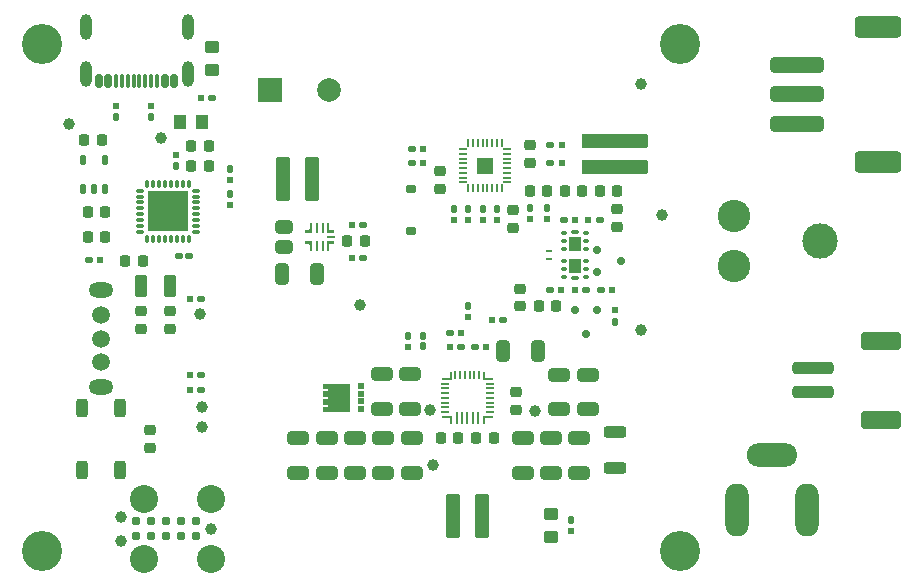
<source format=gbr>
%TF.GenerationSoftware,KiCad,Pcbnew,8.0.8+1*%
%TF.CreationDate,2025-01-21T14:06:51-05:00*%
%TF.ProjectId,powerSupplyBoard,706f7765-7253-4757-9070-6c79426f6172,02*%
%TF.SameCoordinates,Original*%
%TF.FileFunction,Soldermask,Top*%
%TF.FilePolarity,Negative*%
%FSLAX46Y46*%
G04 Gerber Fmt 4.6, Leading zero omitted, Abs format (unit mm)*
G04 Created by KiCad (PCBNEW 8.0.8+1) date 2025-01-21 14:06:51*
%MOMM*%
%LPD*%
G01*
G04 APERTURE LIST*
G04 Aperture macros list*
%AMRoundRect*
0 Rectangle with rounded corners*
0 $1 Rounding radius*
0 $2 $3 $4 $5 $6 $7 $8 $9 X,Y pos of 4 corners*
0 Add a 4 corners polygon primitive as box body*
4,1,4,$2,$3,$4,$5,$6,$7,$8,$9,$2,$3,0*
0 Add four circle primitives for the rounded corners*
1,1,$1+$1,$2,$3*
1,1,$1+$1,$4,$5*
1,1,$1+$1,$6,$7*
1,1,$1+$1,$8,$9*
0 Add four rect primitives between the rounded corners*
20,1,$1+$1,$2,$3,$4,$5,0*
20,1,$1+$1,$4,$5,$6,$7,0*
20,1,$1+$1,$6,$7,$8,$9,0*
20,1,$1+$1,$8,$9,$2,$3,0*%
%AMFreePoly0*
4,1,27,0.419134,0.596194,0.435355,0.585355,0.446194,0.569134,0.450000,0.550000,0.450000,-0.050000,0.446194,-0.069134,0.435355,-0.085355,0.419134,-0.096194,0.400000,-0.100000,-0.400000,-0.100000,-0.419134,-0.096194,-0.435355,-0.085355,-0.446194,-0.069134,-0.450000,-0.050000,-0.450000,0.050000,-0.446194,0.069134,-0.435355,0.085355,-0.419134,0.096194,-0.400000,0.100000,0.250000,0.100000,
0.250000,0.550000,0.253806,0.569134,0.264645,0.585355,0.280866,0.596194,0.300000,0.600000,0.400000,0.600000,0.419134,0.596194,0.419134,0.596194,$1*%
%AMFreePoly1*
4,1,27,0.419134,0.096194,0.435355,0.085355,0.446194,0.069134,0.450000,0.050000,0.450000,-0.550000,0.446194,-0.569134,0.435355,-0.585355,0.419134,-0.596194,0.400000,-0.600000,0.300000,-0.600000,0.280866,-0.596194,0.264645,-0.585355,0.253806,-0.569134,0.250000,-0.550000,0.250000,-0.100000,-0.400000,-0.100000,-0.419134,-0.096194,-0.435355,-0.085355,-0.446194,-0.069134,-0.450000,-0.050000,
-0.450000,0.050000,-0.446194,0.069134,-0.435355,0.085355,-0.419134,0.096194,-0.400000,0.100000,0.400000,0.100000,0.419134,0.096194,0.419134,0.096194,$1*%
%AMFreePoly2*
4,1,27,0.419134,0.096194,0.435355,0.085355,0.446194,0.069134,0.450000,0.050000,0.450000,-0.050000,0.446194,-0.069134,0.435355,-0.085355,0.419134,-0.096194,0.400000,-0.100000,-0.250000,-0.100000,-0.250000,-0.550000,-0.253806,-0.569134,-0.264645,-0.585355,-0.280866,-0.596194,-0.300000,-0.600000,-0.400000,-0.600000,-0.419134,-0.596194,-0.435355,-0.585355,-0.446194,-0.569134,-0.450000,-0.550000,
-0.450000,0.050000,-0.446194,0.069134,-0.435355,0.085355,-0.419134,0.096194,-0.400000,0.100000,0.400000,0.100000,0.419134,0.096194,0.419134,0.096194,$1*%
%AMFreePoly3*
4,1,27,-0.280866,0.596194,-0.264645,0.585355,-0.253806,0.569134,-0.250000,0.550000,-0.250000,0.100000,0.400000,0.100000,0.419134,0.096194,0.435355,0.085355,0.446194,0.069134,0.450000,0.050000,0.450000,-0.050000,0.446194,-0.069134,0.435355,-0.085355,0.419134,-0.096194,0.400000,-0.100000,-0.400000,-0.100000,-0.419134,-0.096194,-0.435355,-0.085355,-0.446194,-0.069134,-0.450000,-0.050000,
-0.450000,0.550000,-0.446194,0.569134,-0.435355,0.585355,-0.419134,0.596194,-0.400000,0.600000,-0.300000,0.600000,-0.280866,0.596194,-0.280866,0.596194,$1*%
%AMFreePoly4*
4,1,45,0.398918,0.120242,0.419194,0.106694,0.432742,0.086418,0.437500,0.062500,0.437500,-0.062500,0.432742,-0.086418,0.419194,-0.106694,0.398918,-0.120242,0.387500,-0.122513,0.387500,-0.457574,0.386539,-0.467331,0.384682,-0.476664,0.377216,-0.494688,0.374720,-0.498424,0.360925,-0.512219,0.357188,-0.514716,0.339164,-0.522182,0.329830,-0.524039,0.320075,-0.525000,0.204926,-0.525000,
0.195169,-0.524039,0.185836,-0.522182,0.167812,-0.514716,0.164076,-0.512220,0.150281,-0.498425,0.147784,-0.494688,0.140318,-0.476664,0.138461,-0.467330,0.137500,-0.457575,0.137500,-0.175000,0.135597,-0.155078,0.107500,-0.126903,0.087500,-0.125000,-0.375000,-0.125000,-0.398918,-0.120242,-0.419194,-0.106694,-0.432742,-0.086418,-0.437500,-0.062500,-0.437500,0.062500,-0.432742,0.086418,
-0.419194,0.106694,-0.398918,0.120242,-0.375000,0.125000,0.375000,0.125000,0.398918,0.120242,0.398918,0.120242,$1*%
%AMFreePoly5*
4,1,45,0.398918,0.120242,0.419194,0.106694,0.432742,0.086418,0.437500,0.062500,0.437500,-0.062500,0.432742,-0.086418,0.419194,-0.106694,0.398918,-0.120242,0.375000,-0.125000,-0.087500,-0.125000,-0.107500,-0.126903,-0.135597,-0.155078,-0.137500,-0.175000,-0.137500,-0.457575,-0.138461,-0.467330,-0.140318,-0.476664,-0.147784,-0.494688,-0.150281,-0.498425,-0.164076,-0.512220,-0.167812,-0.514716,
-0.185836,-0.522182,-0.195169,-0.524039,-0.204926,-0.525000,-0.320075,-0.525000,-0.329830,-0.524039,-0.339164,-0.522182,-0.357188,-0.514716,-0.360925,-0.512219,-0.374720,-0.498424,-0.377216,-0.494688,-0.384682,-0.476664,-0.386539,-0.467331,-0.387500,-0.457574,-0.387500,-0.122513,-0.398918,-0.120242,-0.419194,-0.106694,-0.432742,-0.086418,-0.437500,-0.062500,-0.437500,0.062500,-0.432742,0.086418,
-0.419194,0.106694,-0.398918,0.120242,-0.375000,0.125000,0.375000,0.125000,0.398918,0.120242,0.398918,0.120242,$1*%
%AMFreePoly6*
4,1,28,-0.201082,0.520242,-0.180806,0.506694,-0.167258,0.486418,-0.162500,0.462500,-0.162500,0.125000,0.350000,0.125000,0.373918,0.120242,0.394194,0.106694,0.407742,0.086418,0.412500,0.062500,0.412500,-0.062500,0.407742,-0.086418,0.394194,-0.106694,0.373918,-0.120242,0.350000,-0.125000,0.000000,-0.125000,-0.350000,-0.125000,-0.373918,-0.120242,-0.394194,-0.106694,-0.407742,-0.086418,
-0.412500,-0.062500,-0.412500,0.462500,-0.407742,0.486418,-0.394194,0.506694,-0.373918,0.520242,-0.350000,0.525000,-0.225000,0.525000,-0.201082,0.520242,-0.201082,0.520242,$1*%
%AMFreePoly7*
4,1,28,0.373918,0.520242,0.394194,0.506694,0.407742,0.486418,0.412500,0.462500,0.412500,-0.062500,0.407742,-0.086418,0.394194,-0.106694,0.373918,-0.120242,0.350000,-0.125000,0.000000,-0.125000,-0.350000,-0.125000,-0.373918,-0.120242,-0.394194,-0.106694,-0.407742,-0.086418,-0.412500,-0.062500,-0.412500,0.062500,-0.407742,0.086418,-0.394194,0.106694,-0.373918,0.120242,-0.350000,0.125000,
0.162500,0.125000,0.162500,0.462500,0.167258,0.486418,0.180806,0.506694,0.201082,0.520242,0.225000,0.525000,0.350000,0.525000,0.373918,0.520242,0.373918,0.520242,$1*%
%AMFreePoly8*
4,1,17,-0.725000,0.950000,-0.575000,0.950000,-0.575000,1.360000,-0.075000,1.360000,-0.075000,0.950000,0.075000,0.950000,0.075000,1.360000,0.575000,1.360000,0.575000,0.950000,0.725000,0.950000,0.725000,1.360000,1.225000,1.360000,1.225000,-0.950000,-1.225000,-0.950000,-1.225000,1.360000,-0.725000,1.360000,-0.725000,0.950000,-0.725000,0.950000,$1*%
G04 Aperture macros list end*
%ADD10RoundRect,0.275880X0.274120X-0.674120X0.274120X0.674120X-0.274120X0.674120X-0.274120X-0.674120X0*%
%ADD11RoundRect,0.137500X-0.137500X-0.152500X0.137500X-0.152500X0.137500X0.152500X-0.137500X0.152500X0*%
%ADD12RoundRect,0.145000X-0.155000X-0.145000X0.155000X-0.145000X0.155000X0.145000X-0.155000X0.145000X0*%
%ADD13RoundRect,0.217750X-0.267250X0.217750X-0.267250X-0.217750X0.267250X-0.217750X0.267250X0.217750X0*%
%ADD14RoundRect,0.275000X0.350000X-0.275000X0.350000X0.275000X-0.350000X0.275000X-0.350000X-0.275000X0*%
%ADD15RoundRect,0.137500X0.137500X0.152500X-0.137500X0.152500X-0.137500X-0.152500X0.137500X-0.152500X0*%
%ADD16RoundRect,0.145000X0.155000X0.145000X-0.155000X0.145000X-0.155000X-0.145000X0.155000X-0.145000X0*%
%ADD17RoundRect,0.217750X-0.217750X-0.267250X0.217750X-0.267250X0.217750X0.267250X-0.217750X0.267250X0*%
%ADD18RoundRect,0.137500X0.152500X-0.137500X0.152500X0.137500X-0.152500X0.137500X-0.152500X-0.137500X0*%
%ADD19RoundRect,0.145000X0.145000X-0.155000X0.145000X0.155000X-0.145000X0.155000X-0.145000X-0.155000X0*%
%ADD20RoundRect,0.217750X0.217750X0.267250X-0.217750X0.267250X-0.217750X-0.267250X0.217750X-0.267250X0*%
%ADD21RoundRect,0.217750X0.267250X-0.217750X0.267250X0.217750X-0.267250X0.217750X-0.267250X-0.217750X0*%
%ADD22RoundRect,0.291250X-0.616250X0.291250X-0.616250X-0.291250X0.616250X-0.291250X0.616250X0.291250X0*%
%ADD23O,2.100000X1.300000*%
%ADD24C,1.500000*%
%ADD25RoundRect,0.250000X-2.575000X0.375000X-2.575000X-0.375000X2.575000X-0.375000X2.575000X0.375000X0*%
%ADD26RoundRect,0.150000X-0.150000X0.425000X-0.150000X-0.425000X0.150000X-0.425000X0.150000X0.425000X0*%
%ADD27RoundRect,0.075000X-0.075000X0.500000X-0.075000X-0.500000X0.075000X-0.500000X0.075000X0.500000X0*%
%ADD28O,1.000000X2.200000*%
%ADD29C,1.000000*%
%ADD30C,3.400000*%
%ADD31RoundRect,0.275000X-0.350000X0.275000X-0.350000X-0.275000X0.350000X-0.275000X0.350000X0.275000X0*%
%ADD32RoundRect,0.291250X0.616250X-0.291250X0.616250X0.291250X-0.616250X0.291250X-0.616250X-0.291250X0*%
%ADD33RoundRect,0.137500X-0.152500X0.137500X-0.152500X-0.137500X0.152500X-0.137500X0.152500X0.137500X0*%
%ADD34RoundRect,0.145000X-0.145000X0.155000X-0.145000X-0.155000X0.145000X-0.155000X0.145000X0.155000X0*%
%ADD35RoundRect,0.145000X0.145000X-0.167500X0.145000X0.167500X-0.145000X0.167500X-0.145000X-0.167500X0*%
%ADD36RoundRect,0.062500X-0.187500X0.062500X-0.187500X-0.062500X0.187500X-0.062500X0.187500X0.062500X0*%
%ADD37RoundRect,0.087500X0.127500X0.087500X-0.127500X0.087500X-0.127500X-0.087500X0.127500X-0.087500X0*%
%ADD38RoundRect,0.275000X0.275000X0.350000X-0.275000X0.350000X-0.275000X-0.350000X0.275000X-0.350000X0*%
%ADD39RoundRect,0.087500X0.242500X0.087500X-0.242500X0.087500X-0.242500X-0.087500X0.242500X-0.087500X0*%
%ADD40FreePoly0,180.000000*%
%ADD41RoundRect,0.050000X0.250000X0.050000X-0.250000X0.050000X-0.250000X-0.050000X0.250000X-0.050000X0*%
%ADD42FreePoly1,180.000000*%
%ADD43RoundRect,0.050000X-0.050000X0.250000X-0.050000X-0.250000X0.050000X-0.250000X0.050000X0.250000X0*%
%ADD44FreePoly2,180.000000*%
%ADD45RoundRect,0.050000X-0.300000X-0.050000X0.300000X-0.050000X0.300000X0.050000X-0.300000X0.050000X0*%
%ADD46RoundRect,0.050000X-0.275000X-0.050000X0.275000X-0.050000X0.275000X0.050000X-0.275000X0.050000X0*%
%ADD47RoundRect,0.050000X-0.290000X-0.050000X0.290000X-0.050000X0.290000X0.050000X-0.290000X0.050000X0*%
%ADD48RoundRect,0.050000X-0.250000X-0.050000X0.250000X-0.050000X0.250000X0.050000X-0.250000X0.050000X0*%
%ADD49FreePoly3,180.000000*%
%ADD50RoundRect,0.050000X0.050000X-0.450000X0.050000X0.450000X-0.050000X0.450000X-0.050000X-0.450000X0*%
%ADD51RoundRect,0.050000X0.050000X-0.425000X0.050000X0.425000X-0.050000X0.425000X-0.050000X-0.425000X0*%
%ADD52RoundRect,0.278750X-0.453750X0.278750X-0.453750X-0.278750X0.453750X-0.278750X0.453750X0.278750X0*%
%ADD53RoundRect,0.150000X-0.200000X-0.150000X0.200000X-0.150000X0.200000X0.150000X-0.200000X0.150000X0*%
%ADD54RoundRect,0.250000X0.350000X-1.650000X0.350000X1.650000X-0.350000X1.650000X-0.350000X-1.650000X0*%
%ADD55C,3.000000*%
%ADD56C,2.750000*%
%ADD57RoundRect,0.250000X1.500000X-0.250000X1.500000X0.250000X-1.500000X0.250000X-1.500000X-0.250000X0*%
%ADD58RoundRect,0.250000X1.450000X-0.500000X1.450000X0.500000X-1.450000X0.500000X-1.450000X-0.500000X0*%
%ADD59RoundRect,0.137500X-0.137500X0.262500X-0.137500X-0.262500X0.137500X-0.262500X0.137500X0.262500X0*%
%ADD60RoundRect,0.062500X-0.062500X0.375000X-0.062500X-0.375000X0.062500X-0.375000X0.062500X0.375000X0*%
%ADD61FreePoly4,270.000000*%
%ADD62FreePoly5,270.000000*%
%ADD63FreePoly6,270.000000*%
%ADD64RoundRect,0.062500X-0.262500X-0.062500X0.262500X-0.062500X0.262500X0.062500X-0.262500X0.062500X0*%
%ADD65FreePoly7,270.000000*%
%ADD66RoundRect,0.087500X-0.127500X-0.087500X0.127500X-0.087500X0.127500X0.087500X-0.127500X0.087500X0*%
%ADD67RoundRect,0.275000X-0.275000X-0.350000X0.275000X-0.350000X0.275000X0.350000X-0.275000X0.350000X0*%
%ADD68RoundRect,0.087500X-0.242500X-0.087500X0.242500X-0.087500X0.242500X0.087500X-0.242500X0.087500X0*%
%ADD69RoundRect,0.150000X-0.150000X0.200000X-0.150000X-0.200000X0.150000X-0.200000X0.150000X0.200000X0*%
%ADD70RoundRect,0.250000X0.700000X-0.250000X0.700000X0.250000X-0.700000X0.250000X-0.700000X-0.250000X0*%
%ADD71C,2.374900*%
%ADD72C,0.990600*%
%ADD73C,0.787400*%
%ADD74RoundRect,0.250000X2.000000X-0.400000X2.000000X0.400000X-2.000000X0.400000X-2.000000X-0.400000X0*%
%ADD75RoundRect,0.250000X1.700000X-0.650000X1.700000X0.650000X-1.700000X0.650000X-1.700000X-0.650000X0*%
%ADD76RoundRect,0.190000X0.205000X-0.190000X0.205000X0.190000X-0.205000X0.190000X-0.205000X-0.190000X0*%
%ADD77R,0.630000X0.500000*%
%ADD78FreePoly8,90.000000*%
%ADD79O,2.000000X4.500000*%
%ADD80O,4.250000X2.000000*%
%ADD81RoundRect,0.250000X-0.250000X0.525000X-0.250000X-0.525000X0.250000X-0.525000X0.250000X0.525000X0*%
%ADD82RoundRect,0.291250X-0.291250X-0.616250X0.291250X-0.616250X0.291250X0.616250X-0.291250X0.616250X0*%
%ADD83RoundRect,0.050000X0.050000X-0.250000X0.050000X0.250000X-0.050000X0.250000X-0.050000X-0.250000X0*%
%ADD84RoundRect,0.050000X0.650000X0.650000X-0.650000X0.650000X-0.650000X-0.650000X0.650000X-0.650000X0*%
%ADD85R,2.000000X2.000000*%
%ADD86C,2.000000*%
%ADD87RoundRect,0.291250X0.291250X0.616250X-0.291250X0.616250X-0.291250X-0.616250X0.291250X-0.616250X0*%
%ADD88RoundRect,0.145000X-0.167500X-0.145000X0.167500X-0.145000X0.167500X0.145000X-0.167500X0.145000X0*%
%ADD89RoundRect,0.075000X0.075000X-0.225000X0.075000X0.225000X-0.075000X0.225000X-0.075000X-0.225000X0*%
%ADD90RoundRect,0.075000X-0.225000X-0.075000X0.225000X-0.075000X0.225000X0.075000X-0.225000X0.075000X0*%
%ADD91RoundRect,0.075000X0.225000X0.075000X-0.225000X0.075000X-0.225000X-0.075000X0.225000X-0.075000X0*%
%ADD92RoundRect,0.250000X-1.475000X1.475000X-1.475000X-1.475000X1.475000X-1.475000X1.475000X1.475000X0*%
G04 APERTURE END LIST*
D10*
%TO.C,Y1*%
X117350000Y-106500000D03*
X119850000Y-106500000D03*
%TD*%
D11*
%TO.C,R26*%
X155250000Y-100900000D03*
D12*
X156205000Y-100900000D03*
%TD*%
D13*
%TO.C,C9*%
X119850000Y-108650000D03*
X119850000Y-110150000D03*
%TD*%
%TO.C,C36*%
X157700000Y-100000000D03*
X157700000Y-101500000D03*
%TD*%
D14*
%TO.C,D3*%
X152100000Y-125850000D03*
X152100000Y-127750000D03*
%TD*%
D15*
%TO.C,R10*%
X146590000Y-111700000D03*
D16*
X145635000Y-111700000D03*
%TD*%
D17*
%TO.C,C35*%
X156200000Y-98500000D03*
X157700000Y-98500000D03*
%TD*%
D18*
%TO.C,R11*%
X140000000Y-111690000D03*
D19*
X140000000Y-110735000D03*
%TD*%
D20*
%TO.C,C6*%
X114350000Y-102400000D03*
X112850000Y-102400000D03*
%TD*%
D21*
%TO.C,C32*%
X148900000Y-101600000D03*
X148900000Y-100100000D03*
%TD*%
D22*
%TO.C,C23*%
X149700000Y-119425000D03*
X149700000Y-122375000D03*
%TD*%
D18*
%TO.C,R17*%
X151775000Y-100855000D03*
D19*
X151775000Y-99900000D03*
%TD*%
D23*
%TO.C,SW1*%
X114000000Y-106900000D03*
X114000000Y-115100000D03*
D24*
X114000000Y-109000000D03*
X114000000Y-111000000D03*
X114000000Y-113000000D03*
%TD*%
D11*
%TO.C,R13*%
X147110000Y-109400000D03*
D12*
X148065000Y-109400000D03*
%TD*%
D25*
%TO.C,R19*%
X157500000Y-94225000D03*
X157500000Y-96475000D03*
%TD*%
D15*
%TO.C,R25*%
X154105000Y-100900000D03*
D16*
X153150000Y-100900000D03*
%TD*%
D26*
%TO.C,J1*%
X120200000Y-89150000D03*
X119400000Y-89150000D03*
D27*
X118250000Y-89150000D03*
X117250000Y-89150000D03*
X116750000Y-89150000D03*
X115750000Y-89150000D03*
D26*
X114600000Y-89150000D03*
X113800000Y-89150000D03*
X113800000Y-89150000D03*
X114600000Y-89150000D03*
D27*
X115250000Y-89150000D03*
X116250000Y-89150000D03*
X117750000Y-89150000D03*
X118750000Y-89150000D03*
D26*
X119400000Y-89150000D03*
X120200000Y-89150000D03*
D28*
X121320000Y-88575000D03*
X121320000Y-84575000D03*
X112680000Y-88575000D03*
X112680000Y-84575000D03*
%TD*%
D29*
%TO.C,TP12*%
X142100000Y-121700000D03*
%TD*%
D18*
%TO.C,R27*%
X147500000Y-100925000D03*
D19*
X147500000Y-99970000D03*
%TD*%
D15*
%TO.C,R23*%
X141290000Y-94950000D03*
D16*
X140335000Y-94950000D03*
%TD*%
D15*
%TO.C,R24*%
X141290000Y-96150000D03*
D16*
X140335000Y-96150000D03*
%TD*%
D29*
%TO.C,TP3*%
X122400000Y-108900000D03*
%TD*%
D22*
%TO.C,C29*%
X140300000Y-119425000D03*
X140300000Y-122375000D03*
%TD*%
D30*
%TO.C,MH2*%
X163000000Y-86000000D03*
%TD*%
D21*
%TO.C,C13*%
X149100000Y-117000000D03*
X149100000Y-115500000D03*
%TD*%
D31*
%TO.C,D1*%
X123400000Y-88200000D03*
X123400000Y-86300000D03*
%TD*%
D29*
%TO.C,TP6*%
X141850000Y-117050000D03*
%TD*%
D22*
%TO.C,C21*%
X152100000Y-119425000D03*
X152100000Y-122375000D03*
%TD*%
D32*
%TO.C,C26*%
X137750000Y-116925000D03*
X137750000Y-113975000D03*
%TD*%
D18*
%TO.C,R12*%
X145050000Y-109190000D03*
D19*
X145050000Y-108235000D03*
%TD*%
D33*
%TO.C,R33*%
X157500000Y-108600000D03*
D34*
X157500000Y-109555000D03*
%TD*%
D35*
%TO.C,C17*%
X141250000Y-111637000D03*
X141250000Y-110763000D03*
%TD*%
D33*
%TO.C,R2*%
X115250000Y-91260000D03*
D34*
X115250000Y-92215000D03*
%TD*%
D36*
%TO.C,TH1*%
X151950000Y-103575000D03*
X151950000Y-104225000D03*
%TD*%
D17*
%TO.C,C5*%
X121650000Y-96400000D03*
X123150000Y-96400000D03*
%TD*%
D32*
%TO.C,C12*%
X155200000Y-116975000D03*
X155200000Y-114025000D03*
%TD*%
D17*
%TO.C,C40*%
X134850000Y-102750000D03*
X136350000Y-102750000D03*
%TD*%
D21*
%TO.C,C34*%
X142700000Y-98300000D03*
X142700000Y-96800000D03*
%TD*%
D37*
%TO.C,Q4*%
X155050000Y-104435000D03*
X155050000Y-105085000D03*
X155050000Y-105735000D03*
X153150000Y-105735000D03*
X153150000Y-105085000D03*
X153150000Y-104435000D03*
D38*
X154100000Y-104800000D03*
D39*
X154100000Y-105860000D03*
%TD*%
D40*
%TO.C,U3*%
X146750000Y-117600000D03*
D41*
X146900000Y-117200000D03*
X146900000Y-116800000D03*
X146900000Y-116400000D03*
X146900000Y-116000000D03*
X146900000Y-115600000D03*
X146900000Y-115200000D03*
X146900000Y-114800000D03*
D42*
X146750000Y-114400000D03*
D43*
X146000000Y-114100000D03*
X145600000Y-114100000D03*
X145200000Y-114100000D03*
X144800000Y-114100000D03*
X144400000Y-114100000D03*
X144000000Y-114100000D03*
D44*
X143250000Y-114400000D03*
D45*
X143150000Y-114800000D03*
D46*
X143125000Y-115200000D03*
D47*
X143137500Y-115600000D03*
D48*
X143100000Y-116000000D03*
X143100000Y-116400000D03*
X143100000Y-116800000D03*
X143100000Y-117200000D03*
D49*
X143250000Y-117600000D03*
D50*
X144100000Y-117700000D03*
X144550000Y-117700000D03*
X145000000Y-117700000D03*
X145450000Y-117700000D03*
D51*
X145900000Y-117725000D03*
%TD*%
D22*
%TO.C,C22*%
X137900000Y-119425000D03*
X137900000Y-122375000D03*
%TD*%
D29*
%TO.C,TP5*%
X150700000Y-117100000D03*
%TD*%
%TO.C,TP11*%
X122500000Y-118500000D03*
%TD*%
D11*
%TO.C,R8*%
X121510000Y-107600000D03*
D12*
X122465000Y-107600000D03*
%TD*%
D18*
%TO.C,R31*%
X145100000Y-100925000D03*
D19*
X145100000Y-99970000D03*
%TD*%
D22*
%TO.C,C25*%
X154500000Y-119425000D03*
X154500000Y-122375000D03*
%TD*%
D17*
%TO.C,C1*%
X112550000Y-94150000D03*
X114050000Y-94150000D03*
%TD*%
D52*
%TO.C,C41*%
X129525000Y-101550000D03*
X129525000Y-103250000D03*
%TD*%
D53*
%TO.C,Q3*%
X156000000Y-103450000D03*
X156000000Y-105350000D03*
X158000000Y-104400000D03*
%TD*%
D11*
%TO.C,R3*%
X122445000Y-90600000D03*
D12*
X123400000Y-90600000D03*
%TD*%
D30*
%TO.C,MH1*%
X109000000Y-86000000D03*
%TD*%
D20*
%TO.C,C4*%
X117550000Y-104400000D03*
X116050000Y-104400000D03*
%TD*%
D11*
%TO.C,R35*%
X135260000Y-104125000D03*
D12*
X136215000Y-104125000D03*
%TD*%
D15*
%TO.C,R34*%
X152940000Y-106900000D03*
D16*
X151985000Y-106900000D03*
%TD*%
D29*
%TO.C,TP10*%
X135950000Y-108150000D03*
%TD*%
D54*
%TO.C,L1*%
X146225000Y-126000000D03*
X143775000Y-126000000D03*
%TD*%
D17*
%TO.C,C18*%
X142750000Y-119400000D03*
X144250000Y-119400000D03*
%TD*%
D55*
%TO.C,J5*%
X174900000Y-102700000D03*
D56*
X167600000Y-104800000D03*
X167600000Y-100600000D03*
%TD*%
D30*
%TO.C,MH3*%
X163000000Y-129000000D03*
%TD*%
D15*
%TO.C,R5*%
X113890000Y-104300000D03*
D16*
X112935000Y-104300000D03*
%TD*%
D15*
%TO.C,R29*%
X157290000Y-106900000D03*
D16*
X156335000Y-106900000D03*
%TD*%
D38*
%TO.C,D2*%
X120650000Y-92600000D03*
X122550000Y-92600000D03*
%TD*%
D29*
%TO.C,TP4*%
X122500000Y-116800000D03*
%TD*%
D57*
%TO.C,J4*%
X174250000Y-115500000D03*
X174250000Y-113500000D03*
D58*
X180000000Y-117850000D03*
X180000000Y-111150000D03*
%TD*%
D54*
%TO.C,L2*%
X131825000Y-97500000D03*
X129375000Y-97500000D03*
%TD*%
D59*
%TO.C,U1*%
X114350000Y-95900000D03*
X112450000Y-95900000D03*
X112450000Y-98300000D03*
X113400000Y-98300000D03*
X114350000Y-98300000D03*
%TD*%
D60*
%TO.C,U5*%
X132750000Y-101637500D03*
X132250000Y-101637500D03*
D61*
X131750000Y-101637500D03*
D62*
X131750000Y-103162500D03*
D60*
X132250000Y-103162500D03*
X132750000Y-103162500D03*
D63*
X133250000Y-103182500D03*
D64*
X133450000Y-102400000D03*
D65*
X133250000Y-101617500D03*
%TD*%
D29*
%TO.C,TP1*%
X111300000Y-92800000D03*
%TD*%
D15*
%TO.C,R22*%
X152990000Y-96100000D03*
D16*
X152035000Y-96100000D03*
%TD*%
D11*
%TO.C,R6*%
X121500000Y-115350000D03*
D12*
X122455000Y-115350000D03*
%TD*%
D17*
%TO.C,C31*%
X153250000Y-98500000D03*
X154750000Y-98500000D03*
%TD*%
D22*
%TO.C,C20*%
X133100000Y-119425000D03*
X133100000Y-122375000D03*
%TD*%
D66*
%TO.C,Q2*%
X153150000Y-103365000D03*
X153150000Y-102715000D03*
X153150000Y-102065000D03*
X155050000Y-102065000D03*
X155050000Y-102715000D03*
X155050000Y-103365000D03*
D67*
X154100000Y-103000000D03*
D68*
X154100000Y-101940000D03*
%TD*%
D13*
%TO.C,C10*%
X118100000Y-118750000D03*
X118100000Y-120250000D03*
%TD*%
D17*
%TO.C,C2*%
X121650000Y-94700000D03*
X123150000Y-94700000D03*
%TD*%
D18*
%TO.C,R9*%
X153800000Y-127290000D03*
D19*
X153800000Y-126335000D03*
%TD*%
D69*
%TO.C,Q5*%
X156000000Y-108600000D03*
X154100000Y-108600000D03*
X155050000Y-110600000D03*
%TD*%
D15*
%TO.C,R14*%
X144490000Y-110500000D03*
D16*
X143535000Y-110500000D03*
%TD*%
D20*
%TO.C,C3*%
X114350000Y-100250000D03*
X112850000Y-100250000D03*
%TD*%
D32*
%TO.C,C28*%
X140150000Y-116925000D03*
X140150000Y-113975000D03*
%TD*%
D33*
%TO.C,R4*%
X120300000Y-95450000D03*
D34*
X120300000Y-96405000D03*
%TD*%
D22*
%TO.C,C27*%
X130700000Y-119425000D03*
X130700000Y-122375000D03*
%TD*%
D70*
%TO.C,F1*%
X157550000Y-121900000D03*
X157550000Y-118900000D03*
%TD*%
D11*
%TO.C,R32*%
X154100000Y-106900000D03*
D12*
X155055000Y-106900000D03*
%TD*%
D71*
%TO.C,J2*%
X123310000Y-129640000D03*
D72*
X123310000Y-127100000D03*
D71*
X123310000Y-124560000D03*
X117595000Y-129640000D03*
X117595000Y-124560000D03*
D72*
X115690000Y-128116000D03*
X115690000Y-126084000D03*
D73*
X122040000Y-126465000D03*
X120770000Y-126465000D03*
X119500000Y-126465000D03*
X118230000Y-126465000D03*
X116960000Y-126465000D03*
X116960000Y-127735000D03*
X118230000Y-127735000D03*
X119500000Y-127735000D03*
X120770000Y-127735000D03*
X122040000Y-127735000D03*
%TD*%
D74*
%TO.C,J6*%
X172950000Y-92800000D03*
X172950000Y-90300000D03*
X172950000Y-87800000D03*
D75*
X179750000Y-96000000D03*
X179750000Y-84600000D03*
%TD*%
D13*
%TO.C,C7*%
X117350000Y-108650000D03*
X117350000Y-110150000D03*
%TD*%
D76*
%TO.C,D4*%
X140200000Y-101910000D03*
X140200000Y-98300000D03*
%TD*%
D29*
%TO.C,TP7*%
X159750000Y-110250000D03*
%TD*%
D18*
%TO.C,R18*%
X124950000Y-99690000D03*
D19*
X124950000Y-98735000D03*
%TD*%
D77*
%TO.C,Q1*%
X136000000Y-116950000D03*
X136000000Y-116300000D03*
X136000000Y-115650000D03*
X136000000Y-115000000D03*
D78*
X134175000Y-115975000D03*
X134175000Y-115975000D03*
X134175000Y-115975000D03*
X134175000Y-115975000D03*
%TD*%
D79*
%TO.C,J3*%
X167800000Y-125500000D03*
X173800000Y-125500000D03*
D80*
X170800000Y-120800000D03*
%TD*%
D20*
%TO.C,C37*%
X152550000Y-108250000D03*
X151050000Y-108250000D03*
%TD*%
D13*
%TO.C,C33*%
X150325000Y-94600000D03*
X150325000Y-96100000D03*
%TD*%
D81*
%TO.C,SW2*%
X115600000Y-116875000D03*
X115600000Y-122125000D03*
X112400000Y-116875000D03*
X112400000Y-122125000D03*
%TD*%
D82*
%TO.C,C14*%
X148025000Y-112000000D03*
X150975000Y-112000000D03*
%TD*%
D41*
%TO.C,U4*%
X148400000Y-97750000D03*
X148400000Y-97350000D03*
X148400000Y-96950000D03*
X148400000Y-96550000D03*
X148400000Y-96150000D03*
X148400000Y-95750000D03*
X148400000Y-95350000D03*
X148400000Y-94950000D03*
D83*
X147900000Y-94450000D03*
X147500000Y-94450000D03*
X147100000Y-94450000D03*
X146700000Y-94450000D03*
X146300000Y-94450000D03*
X145900000Y-94450000D03*
X145500000Y-94450000D03*
X145100000Y-94450000D03*
D41*
X144600000Y-94950000D03*
X144600000Y-95350000D03*
X144600000Y-95750000D03*
X144600000Y-96150000D03*
X144600000Y-96550000D03*
X144600000Y-96950000D03*
X144600000Y-97350000D03*
X144600000Y-97750000D03*
D43*
X145100000Y-98250000D03*
X145500000Y-98250000D03*
X145900000Y-98250000D03*
X146300000Y-98250000D03*
X146700000Y-98250000D03*
X147100000Y-98250000D03*
X147500000Y-98250000D03*
X147900000Y-98250000D03*
D84*
X146500000Y-96350000D03*
%TD*%
D85*
%TO.C,J7*%
X128300000Y-89900000D03*
D86*
X133300000Y-89900000D03*
%TD*%
D29*
%TO.C,TP9*%
X161450000Y-100500000D03*
%TD*%
D87*
%TO.C,C39*%
X132275000Y-105500000D03*
X129325000Y-105500000D03*
%TD*%
D30*
%TO.C,MH4*%
X109000000Y-129000000D03*
%TD*%
D18*
%TO.C,R30*%
X143900000Y-100925000D03*
D19*
X143900000Y-99970000D03*
%TD*%
D18*
%TO.C,R16*%
X150275000Y-100855000D03*
D19*
X150275000Y-99900000D03*
%TD*%
D17*
%TO.C,C30*%
X150275000Y-98500000D03*
X151775000Y-98500000D03*
%TD*%
D11*
%TO.C,R7*%
X121510000Y-114100000D03*
D12*
X122465000Y-114100000D03*
%TD*%
D22*
%TO.C,C24*%
X135500000Y-119425000D03*
X135500000Y-122375000D03*
%TD*%
D11*
%TO.C,R15*%
X143510000Y-111700000D03*
D12*
X144465000Y-111700000D03*
%TD*%
D21*
%TO.C,C38*%
X149500000Y-108250000D03*
X149500000Y-106750000D03*
%TD*%
D88*
%TO.C,C8*%
X120563000Y-104000000D03*
X121437000Y-104000000D03*
%TD*%
D33*
%TO.C,R1*%
X118250000Y-91260000D03*
D34*
X118250000Y-92215000D03*
%TD*%
D11*
%TO.C,R36*%
X135260000Y-101375000D03*
D12*
X136215000Y-101375000D03*
%TD*%
D29*
%TO.C,TP2*%
X119100000Y-94000000D03*
%TD*%
D18*
%TO.C,R28*%
X146300000Y-100925000D03*
D19*
X146300000Y-99970000D03*
%TD*%
D15*
%TO.C,R21*%
X152990000Y-94600000D03*
D16*
X152035000Y-94600000D03*
%TD*%
D20*
%TO.C,C19*%
X147250000Y-119400000D03*
X145750000Y-119400000D03*
%TD*%
D18*
%TO.C,R20*%
X124950000Y-97590000D03*
D19*
X124950000Y-96635000D03*
%TD*%
D89*
%TO.C,U2*%
X117900000Y-102550000D03*
X118400000Y-102550000D03*
X118900000Y-102550000D03*
X119400000Y-102550000D03*
X119900000Y-102550000D03*
X120400000Y-102550000D03*
X120900000Y-102550000D03*
X121400000Y-102550000D03*
D90*
X122000000Y-101950000D03*
X122000000Y-101450000D03*
X122000000Y-100950000D03*
X122000000Y-100450000D03*
X122000000Y-99950000D03*
X122000000Y-99450000D03*
X122000000Y-98950000D03*
X122000000Y-98450000D03*
D89*
X121400000Y-97850000D03*
X120900000Y-97850000D03*
X120400000Y-97850000D03*
X119900000Y-97850000D03*
X119400000Y-97850000D03*
X118900000Y-97850000D03*
X118400000Y-97850000D03*
X117900000Y-97850000D03*
D91*
X117300000Y-98450000D03*
X117300000Y-98950000D03*
X117300000Y-99450000D03*
X117300000Y-99950000D03*
X117300000Y-100450000D03*
X117300000Y-100950000D03*
X117300000Y-101450000D03*
X117300000Y-101950000D03*
D92*
X119700000Y-100200000D03*
%TD*%
D32*
%TO.C,C11*%
X152800000Y-116975000D03*
X152800000Y-114025000D03*
%TD*%
D29*
%TO.C,TP8*%
X159700000Y-89400000D03*
%TD*%
M02*

</source>
